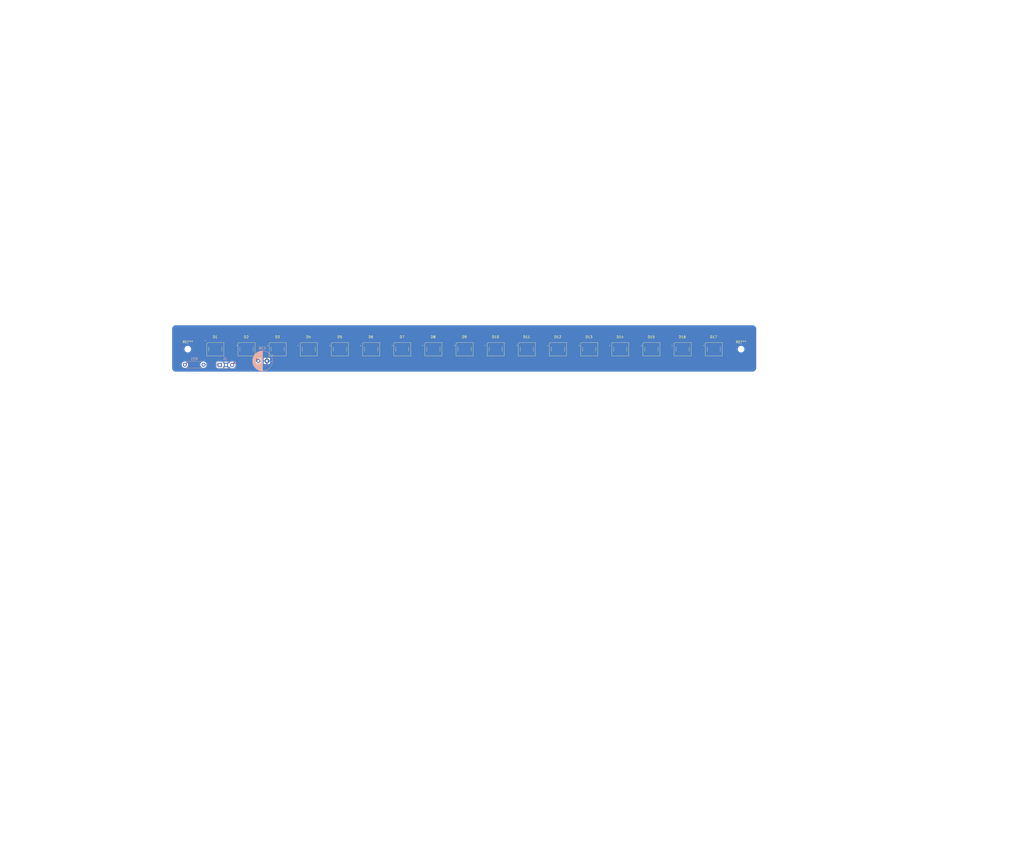
<source format=kicad_pcb>
(kicad_pcb (version 20241229) (generator "pcbnew") (generator_version "9.0")
  (layers (0 "F.Cu" signal) (2 "B.Cu" signal) (13 "F.Paste" user) (15 "B.Paste" user) (5 "F.SilkS" user "F.Silkscreen") (7 "B.SilkS" user "B.Silkscreen") (1 "F.Mask" user) (3 "B.Mask" user) (25 "Edge.Cuts" user))
  (net 0 "")
  (net 1 "GND")
  (net 2 "/LED_BLOCK1/DIN")
  (net 3 "/LED_BLOCK1/DOUT")
  (net 4 "VDD")
  (net 5 "/LED_BLOCK2/DOUT")
  (net 6 "/LED_BLOCK3/DOUT")
  (net 7 "/LED_BLOCK4/DOUT")
  (net 8 "/LED_BLOCK5/DOUT")
  (net 9 "/LED_BLOCK6/DOUT")
  (net 10 "/LED_BLOCK7/DOUT")
  (net 11 "/LED_BLOCK8/DOUT")
  (net 21 "Net-(J1-Pin_1)")
  (footprint "LED_SMD:LED_SK6812_PLCC4_5.0x5.0mm_P3.2mm" (layer "F.Cu") (at 142.081392 96.974491)
    (property "Reference" "D9" (at -0.090925 -4.974491 0) (layer "F.SilkS"))
    (property "Value" "SK6812")
    (pad "1" smd rect (at -2.45 -1.6 180) (size 1.5 1) (layers "F.Cu" "F.Mask" "F.Paste") (net 1 "GND"))
    (pad "2" smd rect (at -2.45 1.6 180) (size 1.5 1) (layers "F.Cu" "F.Mask" "F.Paste") (net 7 "/LED_BLOCK4/DOUT"))
    (pad "3" smd rect (at 2.45 1.6 180) (size 1.5 1) (layers "F.Cu" "F.Mask" "F.Paste") (net 4 "VDD"))
    (pad "4" smd rect (at 2.45 -1.6 180) (size 1.5 1) (layers "F.Cu" "F.Mask" "F.Paste"))
  )
  (footprint "LED_SMD:LED_SK6812_PLCC4_5.0x5.0mm_P3.2mm" (layer "F.Cu") (at 116.590925 96.974491)
    (property "Reference" "D7" (at -0.090925 -4.974491 0) (layer "F.SilkS"))
    (property "Value" "SK6812")
    (pad "1" smd rect (at -2.45 -1.6 180) (size 1.5 1) (layers "F.Cu" "F.Mask" "F.Paste") (net 1 "GND"))
    (pad "2" smd rect (at -2.45 1.6 180) (size 1.5 1) (layers "F.Cu" "F.Mask" "F.Paste") (net 6 "/LED_BLOCK3/DOUT"))
    (pad "3" smd rect (at 2.45 1.6 180) (size 1.5 1) (layers "F.Cu" "F.Mask" "F.Paste") (net 4 "VDD"))
    (pad "4" smd rect (at 2.45 -1.6 180) (size 1.5 1) (layers "F.Cu" "F.Mask" "F.Paste"))
  )
  (footprint "LED_SMD:LED_SK6812_PLCC4_5.0x5.0mm_P3.2mm" (layer "F.Cu") (at 218.552792 96.974491)
    (property "Reference" "D15" (at -0.090925 -4.974491 0) (layer "F.SilkS"))
    (property "Value" "SK6812")
    (pad "1" smd rect (at -2.45 -1.6 180) (size 1.5 1) (layers "F.Cu" "F.Mask" "F.Paste") (net 1 "GND"))
    (pad "2" smd rect (at -2.45 1.6 180) (size 1.5 1) (layers "F.Cu" "F.Mask" "F.Paste") (net 10 "/LED_BLOCK7/DOUT"))
    (pad "3" smd rect (at 2.45 1.6 180) (size 1.5 1) (layers "F.Cu" "F.Mask" "F.Paste") (net 4 "VDD"))
    (pad "4" smd rect (at 2.45 -1.6 180) (size 1.5 1) (layers "F.Cu" "F.Mask" "F.Paste"))
  )
  (footprint "LED_SMD:LED_SK6812_PLCC4_5.0x5.0mm_P3.2mm" (layer "F.Cu") (at 244.043259 96.974491)
    (property "Reference" "D17" (at -0.090925 -4.974491 0) (layer "F.SilkS"))
    (property "Value" "SK6812")
    (pad "1" smd rect (at -2.45 -1.6 180) (size 1.5 1) (layers "F.Cu" "F.Mask" "F.Paste") (net 1 "GND"))
    (pad "2" smd rect (at -2.45 1.6 180) (size 1.5 1) (layers "F.Cu" "F.Mask" "F.Paste") (net 11 "/LED_BLOCK8/DOUT"))
    (pad "3" smd rect (at 2.45 1.6 180) (size 1.5 1) (layers "F.Cu" "F.Mask" "F.Paste") (net 4 "VDD"))
    (pad "4" smd rect (at 2.45 -1.6 180) (size 1.5 1) (layers "F.Cu" "F.Mask" "F.Paste"))
  )
  (footprint "LED_SMD:LED_SK6812_PLCC4_5.0x5.0mm_P3.2mm" (layer "F.Cu") (at 52.864759 96.974491)
    (property "Reference" "D2" (at -0.090925 -4.974491 0) (layer "F.SilkS"))
    (property "Value" "SK6812")
    (pad "1" smd rect (at -2.45 -1.6 180) (size 1.5 1) (layers "F.Cu" "F.Mask" "F.Paste") (net 1 "GND"))
    (pad "2" smd rect (at -2.45 1.6 180) (size 1.5 1) (layers "F.Cu" "F.Mask" "F.Paste") (net 2 "/LED_BLOCK1/DIN"))
    (pad "3" smd rect (at 2.45 1.6 180) (size 1.5 1) (layers "F.Cu" "F.Mask" "F.Paste") (net 4 "VDD"))
    (pad "4" smd rect (at 2.45 -1.6 180) (size 1.5 1) (layers "F.Cu" "F.Mask" "F.Paste") (net 3 "/LED_BLOCK1/DOUT"))
  )
  (footprint "LED_SMD:LED_SK6812_PLCC4_5.0x5.0mm_P3.2mm" (layer "F.Cu") (at 129.336159 96.974491)
    (property "Reference" "D8" (at -0.090925 -4.974491 0) (layer "F.SilkS"))
    (property "Value" "SK6812")
    (pad "1" smd rect (at -2.45 -1.6 180) (size 1.5 1) (layers "F.Cu" "F.Mask" "F.Paste") (net 1 "GND"))
    (pad "2" smd rect (at -2.45 1.6 180) (size 1.5 1) (layers "F.Cu" "F.Mask" "F.Paste") (net 6 "/LED_BLOCK3/DOUT"))
    (pad "3" smd rect (at 2.45 1.6 180) (size 1.5 1) (layers "F.Cu" "F.Mask" "F.Paste") (net 4 "VDD"))
    (pad "4" smd rect (at 2.45 -1.6 180) (size 1.5 1) (layers "F.Cu" "F.Mask" "F.Paste") (net 7 "/LED_BLOCK4/DOUT"))
  )
  (footprint "LED_SMD:LED_SK6812_PLCC4_5.0x5.0mm_P3.2mm" (layer "F.Cu") (at 91.100459 96.974491)
    (property "Reference" "D5" (at -0.090925 -4.974491 0) (layer "F.SilkS"))
    (property "Value" "SK6812")
    (pad "1" smd rect (at -2.45 -1.6 180) (size 1.5 1) (layers "F.Cu" "F.Mask" "F.Paste") (net 1 "GND"))
    (pad "2" smd rect (at -2.45 1.6 180) (size 1.5 1) (layers "F.Cu" "F.Mask" "F.Paste") (net 5 "/LED_BLOCK2/DOUT"))
    (pad "3" smd rect (at 2.45 1.6 180) (size 1.5 1) (layers "F.Cu" "F.Mask" "F.Paste") (net 4 "VDD"))
    (pad "4" smd rect (at 2.45 -1.6 180) (size 1.5 1) (layers "F.Cu" "F.Mask" "F.Paste"))
  )
  (footprint "LED_SMD:LED_SK6812_PLCC4_5.0x5.0mm_P3.2mm" (layer "F.Cu") (at 205.807559 96.974491)
    (property "Reference" "D14" (at -0.090925 -4.974491 0) (layer "F.SilkS"))
    (property "Value" "SK6812")
    (pad "1" smd rect (at -2.45 -1.6 180) (size 1.5 1) (layers "F.Cu" "F.Mask" "F.Paste") (net 1 "GND"))
    (pad "2" smd rect (at -2.45 1.6 180) (size 1.5 1) (layers "F.Cu" "F.Mask" "F.Paste") (net 9 "/LED_BLOCK6/DOUT"))
    (pad "3" smd rect (at 2.45 1.6 180) (size 1.5 1) (layers "F.Cu" "F.Mask" "F.Paste") (net 4 "VDD"))
    (pad "4" smd rect (at 2.45 -1.6 180) (size 1.5 1) (layers "F.Cu" "F.Mask" "F.Paste") (net 10 "/LED_BLOCK7/DOUT"))
  )
  (footprint "LED_SMD:LED_SK6812_PLCC4_5.0x5.0mm_P3.2mm" (layer "F.Cu") (at 231.298025 96.974491)
    (property "Reference" "D16" (at -0.090925 -4.974491 0) (layer "F.SilkS"))
    (property "Value" "SK6812")
    (pad "1" smd rect (at -2.45 -1.6 180) (size 1.5 1) (layers "F.Cu" "F.Mask" "F.Paste") (net 1 "GND"))
    (pad "2" smd rect (at -2.45 1.6 180) (size 1.5 1) (layers "F.Cu" "F.Mask" "F.Paste") (net 10 "/LED_BLOCK7/DOUT"))
    (pad "3" smd rect (at 2.45 1.6 180) (size 1.5 1) (layers "F.Cu" "F.Mask" "F.Paste") (net 4 "VDD"))
    (pad "4" smd rect (at 2.45 -1.6 180) (size 1.5 1) (layers "F.Cu" "F.Mask" "F.Paste") (net 11 "/LED_BLOCK8/DOUT"))
  )
  (footprint "LED_SMD:LED_SK6812_PLCC4_5.0x5.0mm_P3.2mm" (layer "F.Cu") (at 154.826625 96.974491)
    (property "Reference" "D10" (at -0.090925 -4.974491 0) (layer "F.SilkS"))
    (property "Value" "SK6812")
    (pad "1" smd rect (at -2.45 -1.6 180) (size 1.5 1) (layers "F.Cu" "F.Mask" "F.Paste") (net 1 "GND"))
    (pad "2" smd rect (at -2.45 1.6 180) (size 1.5 1) (layers "F.Cu" "F.Mask" "F.Paste") (net 7 "/LED_BLOCK4/DOUT"))
    (pad "3" smd rect (at 2.45 1.6 180) (size 1.5 1) (layers "F.Cu" "F.Mask" "F.Paste") (net 4 "VDD"))
    (pad "4" smd rect (at 2.45 -1.6 180) (size 1.5 1) (layers "F.Cu" "F.Mask" "F.Paste") (net 8 "/LED_BLOCK5/DOUT"))
  )
  (footprint "LED_SMD:LED_SK6812_PLCC4_5.0x5.0mm_P3.2mm" (layer "F.Cu") (at 65.609992 96.974491)
    (property "Reference" "D3" (at -0.090925 -4.974491 0) (layer "F.SilkS"))
    (property "Value" "SK6812")
    (pad "1" smd rect (at -2.45 -1.6 180) (size 1.5 1) (layers "F.Cu" "F.Mask" "F.Paste") (net 1 "GND"))
    (pad "2" smd rect (at -2.45 1.6 180) (size 1.5 1) (layers "F.Cu" "F.Mask" "F.Paste") (net 3 "/LED_BLOCK1/DOUT"))
    (pad "3" smd rect (at 2.45 1.6 180) (size 1.5 1) (layers "F.Cu" "F.Mask" "F.Paste") (net 4 "VDD"))
    (pad "4" smd rect (at 2.45 -1.6 180) (size 1.5 1) (layers "F.Cu" "F.Mask" "F.Paste"))
  )
  (footprint "LED_SMD:LED_SK6812_PLCC4_5.0x5.0mm_P3.2mm" (layer "F.Cu") (at 193.062325 96.974491)
    (property "Reference" "D13" (at -0.090925 -4.974491 0) (layer "F.SilkS"))
    (property "Value" "SK6812")
    (pad "1" smd rect (at -2.45 -1.6 180) (size 1.5 1) (layers "F.Cu" "F.Mask" "F.Paste") (net 1 "GND"))
    (pad "2" smd rect (at -2.45 1.6 180) (size 1.5 1) (layers "F.Cu" "F.Mask" "F.Paste") (net 9 "/LED_BLOCK6/DOUT"))
    (pad "3" smd rect (at 2.45 1.6 180) (size 1.5 1) (layers "F.Cu" "F.Mask" "F.Paste") (net 4 "VDD"))
    (pad "4" smd rect (at 2.45 -1.6 180) (size 1.5 1) (layers "F.Cu" "F.Mask" "F.Paste"))
  )
  (footprint "MountingHole:MountingHole_2.2mm_M2_DIN965" (layer "F.Cu") (at 255.231692 96.974491)
    (property "Reference" "REF**" (at 0 -2.9 0) (layer "F.SilkS"))
    (property "Value" "MountingHole_2.2mm_M2_DIN965" (hide yes))
    (pad "" np_thru_hole circle (at 0 0) (size 2.2 2.2) (drill 2.2) (layers "*.Cu" "*.Mask"))
  )
  (footprint "MountingHole:MountingHole_2.2mm_M2_DIN965" (layer "F.Cu") (at 28.831692 96.974491)
    (property "Reference" "REF**" (at 0 -2.9 0) (layer "F.SilkS"))
    (property "Value" "MountingHole_2.2mm_M2_DIN965" (hide yes))
    (pad "" np_thru_hole circle (at 0 0) (size 2.2 2.2) (drill 2.2) (layers "*.Cu" "*.Mask"))
  )
  (footprint "LED_SMD:LED_SK6812_PLCC4_5.0x5.0mm_P3.2mm" (layer "F.Cu") (at 40.119525 96.974491)
    (property "Reference" "D1" (at -0.090925 -4.974491 0) (layer "F.SilkS"))
    (property "Value" "SK6812")
    (pad "1" smd rect (at -2.45 -1.6 180) (size 1.5 1) (layers "F.Cu" "F.Mask" "F.Paste") (net 1 "GND"))
    (pad "2" smd rect (at -2.45 1.6 180) (size 1.5 1) (layers "F.Cu" "F.Mask" "F.Paste") (net 2 "/LED_BLOCK1/DIN"))
    (pad "3" smd rect (at 2.45 1.6 180) (size 1.5 1) (layers "F.Cu" "F.Mask" "F.Paste") (net 4 "VDD"))
    (pad "4" smd rect (at 2.45 -1.6 180) (size 1.5 1) (layers "F.Cu" "F.Mask" "F.Paste"))
  )
  (footprint "LED_SMD:LED_SK6812_PLCC4_5.0x5.0mm_P3.2mm" (layer "F.Cu") (at 103.845692 96.974491)
    (property "Reference" "D6" (at -0.090925 -4.974491 0) (layer "F.SilkS"))
    (property "Value" "SK6812")
    (pad "1" smd rect (at -2.45 -1.6 180) (size 1.5 1) (layers "F.Cu" "F.Mask" "F.Paste") (net 1 "GND"))
    (pad "2" smd rect (at -2.45 1.6 180) (size 1.5 1) (layers "F.Cu" "F.Mask" "F.Paste") (net 5 "/LED_BLOCK2/DOUT"))
    (pad "3" smd rect (at 2.45 1.6 180) (size 1.5 1) (layers "F.Cu" "F.Mask" "F.Paste") (net 4 "VDD"))
    (pad "4" smd rect (at 2.45 -1.6 180) (size 1.5 1) (layers "F.Cu" "F.Mask" "F.Paste") (net 6 "/LED_BLOCK3/DOUT"))
  )
  (footprint "LED_SMD:LED_SK6812_PLCC4_5.0x5.0mm_P3.2mm" (layer "F.Cu") (at 167.571859 96.974491)
    (property "Reference" "D11" (at -0.090925 -4.974491 0) (layer "F.SilkS"))
    (property "Value" "SK6812")
    (pad "1" smd rect (at -2.45 -1.6 180) (size 1.5 1) (layers "F.Cu" "F.Mask" "F.Paste") (net 1 "GND"))
    (pad "2" smd rect (at -2.45 1.6 180) (size 1.5 1) (layers "F.Cu" "F.Mask" "F.Paste") (net 8 "/LED_BLOCK5/DOUT"))
    (pad "3" smd rect (at 2.45 1.6 180) (size 1.5 1) (layers "F.Cu" "F.Mask" "F.Paste") (net 4 "VDD"))
    (pad "4" smd rect (at 2.45 -1.6 180) (size 1.5 1) (layers "F.Cu" "F.Mask" "F.Paste"))
  )
  (footprint "LED_SMD:LED_SK6812_PLCC4_5.0x5.0mm_P3.2mm" (layer "F.Cu") (at 78.355225 96.974491)
    (property "Reference" "D4" (at -0.090925 -4.974491 0) (layer "F.SilkS"))
    (property "Value" "SK6812")
    (pad "1" smd rect (at -2.45 -1.6 180) (size 1.5 1) (layers "F.Cu" "F.Mask" "F.Paste") (net 1 "GND"))
    (pad "2" smd rect (at -2.45 1.6 180) (size 1.5 1) (layers "F.Cu" "F.Mask" "F.Paste") (net 3 "/LED_BLOCK1/DOUT"))
    (pad "3" smd rect (at 2.45 1.6 180) (size 1.5 1) (layers "F.Cu" "F.Mask" "F.Paste") (net 4 "VDD"))
    (pad "4" smd rect (at 2.45 -1.6 180) (size 1.5 1) (layers "F.Cu" "F.Mask" "F.Paste") (net 5 "/LED_BLOCK2/DOUT"))
  )
  (footprint "LED_SMD:LED_SK6812_PLCC4_5.0x5.0mm_P3.2mm" (layer "F.Cu") (at 180.317092 96.974491)
    (property "Reference" "D12" (at -0.090925 -4.974491 0) (layer "F.SilkS"))
    (property "Value" "SK6812")
    (pad "1" smd rect (at -2.45 -1.6 180) (size 1.5 1) (layers "F.Cu" "F.Mask" "F.Paste") (net 1 "GND"))
    (pad "2" smd rect (at -2.45 1.6 180) (size 1.5 1) (layers "F.Cu" "F.Mask" "F.Paste") (net 8 "/LED_BLOCK5/DOUT"))
    (pad "3" smd rect (at 2.45 1.6 180) (size 1.5 1) (layers "F.Cu" "F.Mask" "F.Paste") (net 4 "VDD"))
    (pad "4" smd rect (at 2.45 -1.6 180) (size 1.5 1) (layers "F.Cu" "F.Mask" "F.Paste") (net 9 "/LED_BLOCK6/DOUT"))
  )
  (footprint "Connector_PinHeader_2.54mm:PinHeader_1x03_P2.54mm_Vertical" (layer "B.Cu") (at 41.92 103.45 -90)
    (property "Reference" "J1" (at -2.65 -2.15 0) (layer "B.SilkS") (effects (justify mirror)))
    (property "Value" "Conn_01x03")
    (pad "1" thru_hole rect (at 0 0 270) (size 1.7 1.7) (drill 1) (layers "*.Cu" "*.Mask") (net 21 "Net-(J1-Pin_1)"))
    (pad "2" thru_hole circle (at 0 -2.54 270) (size 1.7 1.7) (drill 1) (layers "*.Cu" "*.Mask") (net 1 "GND"))
    (pad "3" thru_hole circle (at 0 -5.08 270) (size 1.7 1.7) (drill 1) (layers "*.Cu" "*.Mask") (net 4 "VDD"))
  )
  (footprint "Capacitor_THT:CP_Radial_D8.0mm_P3.50mm" (layer "B.Cu") (at 61.2 101.8 180)
    (property "Reference" "C20" (at 1.9 5.2 0) (layer "B.SilkS") (effects (justify mirror)))
    (property "Value" "100uF")
    (pad "1" thru_hole rect (at 0 0 180) (size 1.6 1.6) (drill 0.8) (layers "*.Cu" "*.Mask") (net 1 "GND"))
    (pad "2" thru_hole circle (at 3.5 0 180) (size 1.6 1.6) (drill 0.8) (layers "*.Cu" "*.Mask") (net 4 "VDD"))
  )
  (footprint "Resistor_THT:R_Axial_DIN0207_L6.3mm_D2.5mm_P7.62mm_Horizontal" (layer "B.Cu") (at 35.26 103.35 180)
    (property "Reference" "R21" (at 3.81 2.37 0) (layer "B.SilkS") (effects (justify mirror)))
    (property "Value" "330R")
    (pad "1" thru_hole circle (at 0 0 180) (size 1.6 1.6) (drill 0.8) (layers "*.Cu" "*.Mask") (net 21 "Net-(J1-Pin_1)"))
    (pad "2" thru_hole oval (at 7.62 0 180) (size 1.6 1.6) (drill 0.8) (layers "*.Cu" "*.Mask") (net 2 "/LED_BLOCK1/DIN"))
  )
  (gr_arc (start 21.931692 88.685691) (mid 22.517478 87.271477) (end 23.931692 86.685691) (stroke (width 0.05)) (layer "Edge.Cuts"))
  (gr_line (start 259.931292 106.685691) (end 23.931692 106.685691) (stroke (width 0.05)) (layer "Edge.Cuts"))
  (gr_arc (start 261.931292 104.685691) (mid 261.345506 106.099905) (end 259.931292 106.685691) (stroke (width 0.05)) (layer "Edge.Cuts"))
  (gr_line (start 261.931292 88.685691) (end 261.931292 104.685691) (stroke (width 0.05)) (layer "Edge.Cuts"))
  (gr_arc (start 259.931292 86.685691) (mid 261.345506 87.271477) (end 261.931292 88.685691) (stroke (width 0.05)) (layer "Edge.Cuts"))
  (gr_line (start 23.931692 86.685691) (end 259.931292 86.685691) (stroke (width 0.05)) (layer "Edge.Cuts"))
  (gr_line (start 21.931692 104.685691) (end 21.931692 88.685691) (stroke (width 0.05)) (layer "Edge.Cuts"))
  (gr_arc (start 23.931692 106.685691) (mid 22.517478 106.099905) (end 21.931692 104.685691) (stroke (width 0.05)) (layer "Edge.Cuts"))
  (segment (start 88.650459 95.374491) (end 87.125509 95.374491) (width 0.5) (layer "F.Cu") (net 1))
  (segment (start 114.140925 95.374491) (end 112.625509 95.374491) (width 0.5) (layer "F.Cu") (net 1))
  (segment (start 216.102792 95.374491) (end 214.625509 95.374491) (width 0.5) (layer "F.Cu") (net 1))
  (segment (start 176.125509 95.374491) (end 176 95.5) (width 0.5) (layer "F.Cu") (net 1))
  (segment (start 152.376625 95.374491) (end 150.625509 95.374491) (width 0.5) (layer "F.Cu") (net 1))
  (segment (start 63.159992 95.374491) (end 61.625509 95.374491) (width 0.5) (layer "F.Cu") (net 1))
  (segment (start 75.905225 95.374491) (end 74.125509 95.374491) (width 0.5) (layer "F.Cu") (net 1))
  (segment (start 61.2 101.8) (end 62.8 101.8) (width 0.5) (layer "F.Cu") (net 1))
  (segment (start 37.669525 95.374491) (end 37.669525 95.169525) (width 0.5) (layer "F.Cu") (net 1))
  (segment (start 189.125509 95.374491) (end 189 95.5) (width 0.5) (layer "F.Cu") (net 1))
  (segment (start 62.8 101.8) (end 63 102) (width 0.5) (layer "F.Cu") (net 1))
  (segment (start 163.625509 95.374491) (end 163.5 95.5) (width 0.5) (layer "F.Cu") (net 1))
  (segment (start 125.125509 95.374491) (end 125 95.5) (width 0.5) (layer "F.Cu") (net 1))
  (segment (start 165.121859 95.374491) (end 163.625509 95.374491) (width 0.5) (layer "F.Cu") (net 1))
  (segment (start 138.125509 95.374491) (end 138 95.5) (width 0.5) (layer "F.Cu") (net 1))
  (segment (start 227.125509 95.374491) (end 227 95.5) (width 0.5) (layer "F.Cu") (net 1))
  (segment (start 112.625509 95.374491) (end 112.5 95.5) (width 0.5) (layer "F.Cu") (net 1))
  (segment (start 177.867092 95.374491) (end 176.125509 95.374491) (width 0.5) (layer "F.Cu") (net 1))
  (segment (start 214.625509 95.374491) (end 214.5 95.5) (width 0.5) (layer "F.Cu") (net 1))
  (segment (start 240.125509 95.374491) (end 240 95.5) (width 0.5) (layer "F.Cu") (net 1))
  (segment (start 241.593259 95.374491) (end 240.125509 95.374491) (width 0.5) (layer "F.Cu") (net 1))
  (segment (start 99.625509 95.374491) (end 99.5 95.5) (width 0.5) (layer "F.Cu") (net 1))
  (segment (start 61.625509 95.374491) (end 61.5 95.5) (width 0.5) (layer "F.Cu") (net 1))
  (segment (start 49.125509 95.374491) (end 49 95.5) (width 0.5) (layer "F.Cu") (net 1))
  (segment (start 50.414759 95.374491) (end 49.125509 95.374491) (width 0.5) (layer "F.Cu") (net 1))
  (segment (start 201.625509 95.374491) (end 201.5 95.5) (width 0.5) (layer "F.Cu") (net 1))
  (segment (start 139.631392 95.374491) (end 138.125509 95.374491) (width 0.5) (layer "F.Cu") (net 1))
  (segment (start 150.625509 95.374491) (end 150.5 95.5) (width 0.5) (layer "F.Cu") (net 1))
  (segment (start 126.886159 95.374491) (end 125.125509 95.374491) (width 0.5) (layer "F.Cu") (net 1))
  (segment (start 87.125509 95.374491) (end 87 95.5) (width 0.5) (layer "F.Cu") (net 1))
  (segment (start 203.357559 95.374491) (end 201.625509 95.374491) (width 0.5) (layer "F.Cu") (net 1))
  (segment (start 37.669525 95.169525) (end 36 93.5) (width 0.5) (layer "F.Cu") (net 1))
  (segment (start 74.125509 95.374491) (end 74 95.5) (width 0.5) (layer "F.Cu") (net 1))
  (segment (start 101.395692 95.374491) (end 99.625509 95.374491) (width 0.5) (layer "F.Cu") (net 1))
  (segment (start 190.612325 95.374491) (end 189.125509 95.374491) (width 0.5) (layer "F.Cu") (net 1))
  (segment (start 228.848025 95.374491) (end 227.125509 95.374491) (width 0.5) (layer "F.Cu") (net 1))
  (via (at 227 95.5) (size 0.7) (drill 0.3) (layers "F.Cu" "B.Cu") (net 1))
  (via (at 99.5 95.5) (size 0.7) (drill 0.3) (layers "F.Cu" "B.Cu") (net 1))
  (via (at 150.5 95.5) (size 0.7) (drill 0.3) (layers "F.Cu" "B.Cu") (net 1))
  (via (at 61.5 95.5) (size 0.7) (drill 0.3) (layers "F.Cu" "B.Cu") (net 1))
  (via (at 74 95.5) (size 0.7) (drill 0.3) (layers "F.Cu" "B.Cu") (net 1))
  (via (at 163.5 95.5) (size 0.7) (drill 0.3) (layers "F.Cu" "B.Cu") (net 1))
  (via (at 87 95.5) (size 0.7) (drill 0.3) (layers "F.Cu" "B.Cu") (net 1))
  (via (at 176 95.5) (size 0.7) (drill 0.3) (layers "F.Cu" "B.Cu") (net 1))
  (via (at 112.5 95.5) (size 0.7) (drill 0.3) (layers "F.Cu" "B.Cu") (net 1))
  (via (at 138 95.5) (size 0.7) (drill 0.3) (layers "F.Cu" "B.Cu") (net 1))
  (via (at 125 95.5) (size 0.7) (drill 0.3) (layers "F.Cu" "B.Cu") (net 1))
  (via (at 63 102) (size 0.7) (drill 0.3) (layers "F.Cu" "B.Cu") (net 1))
  (via (at 36 93.5) (size 0.6) (drill 0.3) (layers "F.Cu" "B.Cu") (net 1))
  (via (at 189 95.5) (size 0.7) (drill 0.3) (layers "F.Cu" "B.Cu") (net 1))
  (via (at 214.5 95.5) (size 0.7) (drill 0.3) (layers "F.Cu" "B.Cu") (net 1))
  (via (at 49 95.5) (size 0.7) (drill 0.3) (layers "F.Cu" "B.Cu") (net 1))
  (via (at 240 95.5) (size 0.7) (drill 0.3) (layers "F.Cu" "B.Cu") (net 1))
  (via (at 201.5 95.5) (size 0.7) (drill 0.3) (layers "F.Cu" "B.Cu") (net 1))
  (segment (start 41.274109 93.875891) (end 37.669525 97.480475) (width 0.3) (layer "F.Cu") (net 2))
  (segment (start 52 94.45) (end 51.425891 93.875891) (width 0.3) (layer "F.Cu") (net 2))
  (segment (start 36.244016 100) (end 37.669525 98.574491) (width 0.3) (layer "F.Cu") (net 2))
  (segment (start 50.414759 98.574491) (end 52 96.98925) (width 0.3) (layer "F.Cu") (net 2))
  (segment (start 27.64 103.35) (end 30.99 100) (width 0.3) (layer "F.Cu") (net 2))
  (segment (start 52 96.98925) (end 52 94.45) (width 0.3) (layer "F.Cu") (net 2))
  (segment (start 51.425891 93.875891) (end 41.274109 93.875891) (width 0.3) (layer "F.Cu") (net 2))
  (segment (start 37.669525 97.480475) (end 37.669525 98.574491) (width 0.3) (layer "F.Cu") (net 2))
  (segment (start 30.99 100) (end 36.244016 100) (width 0.3) (layer "F.Cu") (net 2))
  (segment (start 63.159992 98.574491) (end 64.734483 97) (width 0.3) (layer "F.Cu") (net 3))
  (segment (start 74.330734 97) (end 75.905225 98.574491) (width 0.3) (layer "F.Cu") (net 3))
  (segment (start 57.574491 98.574491) (end 63.159992 98.574491) (width 0.3) (layer "F.Cu") (net 3))
  (segment (start 55.314759 96.314759) (end 57.574491 98.574491) (width 0.3) (layer "F.Cu") (net 3))
  (segment (start 64.734483 97) (end 74.330734 97) (width 0.3) (layer "F.Cu") (net 3))
  (segment (start 55.314759 95.374491) (end 55.314759 96.314759) (width 0.3) (layer "F.Cu") (net 3))
  (segment (start 68.059992 98.574491) (end 69.485501 100) (width 0.5) (layer "F.Cu") (net 4))
  (segment (start 145.956901 100) (end 155.851116 100) (width 0.5) (layer "F.Cu") (net 4))
  (segment (start 133.211668 100) (end 131.786159 98.574491) (width 0.5) (layer "F.Cu") (net 4))
  (segment (start 82.230734 100) (end 92.12495 100) (width 0.5) (layer "F.Cu") (net 4))
  (segment (start 42.569525 98.574491) (end 43.995034 100) (width 0.5) (layer "F.Cu") (net 4))
  (segment (start 233.748025 98.574491) (end 234.673534 99.5) (width 0.5) (layer "F.Cu") (net 4))
  (segment (start 170.021859 98.574491) (end 171.447368 100) (width 0.5) (layer "F.Cu") (net 4))
  (segment (start 184.192601 100) (end 194.086816 100) (width 0.5) (layer "F.Cu") (net 4))
  (segment (start 53.88925 100) (end 55.314759 98.574491) (width 0.5) (layer "F.Cu") (net 4))
  (segment (start 234.673534 99.5) (end 235.173534 100) (width 0.5) (layer "F.Cu") (net 4))
  (segment (start 182.767092 98.574491) (end 184.192601 100) (width 0.5) (layer "F.Cu") (net 4))
  (segment (start 144.531392 98.574491) (end 143.105883 100) (width 0.5) (layer "F.Cu") (net 4))
  (segment (start 168.59635 100) (end 158.702134 100) (width 0.5) (layer "F.Cu") (net 4))
  (segment (start 158.702134 100) (end 157.276625 98.574491) (width 0.5) (layer "F.Cu") (net 4))
  (segment (start 120.466434 100) (end 130.36065 100) (width 0.5) (layer "F.Cu") (net 4))
  (segment (start 222.428301 100) (end 232.322516 100) (width 0.5) (layer "F.Cu") (net 4))
  (segment (start 219.577283 100) (end 220.077283 99.5) (width 0.5) (layer "F.Cu") (net 4))
  (segment (start 48.65 101.8) (end 57.7 101.8) (width 0.5) (layer "F.Cu") (net 4))
  (segment (start 47 103.45) (end 48.65 101.8) (width 0.5) (layer "F.Cu") (net 4))
  (segment (start 196.937834 100) (end 206.83205 100) (width 0.5) (layer "F.Cu") (net 4))
  (segment (start 206.83205 100) (end 208.257559 98.574491) (width 0.5) (layer "F.Cu") (net 4))
  (segment (start 208.257559 98.574491) (end 209.683068 100) (width 0.5) (layer "F.Cu") (net 4))
  (segment (start 144.531392 98.574491) (end 145.956901 100) (width 0.5) (layer "F.Cu") (net 4))
  (segment (start 57.7 101.8) (end 56.740268 100.840268) (width 0.5) (layer "F.Cu") (net 4))
  (segment (start 93.550459 98.574491) (end 94.975968 100) (width 0.5) (layer "F.Cu") (net 4))
  (segment (start 232.322516 100) (end 232.822516 99.5) (width 0.5) (layer "F.Cu") (net 4))
  (segment (start 235.173534 100) (end 245.06775 100) (width 0.5) (layer "F.Cu") (net 4))
  (segment (start 56.740268 100) (end 66.634483 100) (width 0.5) (layer "F.Cu") (net 4))
  (segment (start 55.314759 98.574491) (end 56.740268 100) (width 0.5) (layer "F.Cu") (net 4))
  (segment (start 43.995034 100) (end 53.88925 100) (width 0.5) (layer "F.Cu") (net 4))
  (segment (start 130.36065 100) (end 131.786159 98.574491) (width 0.5) (layer "F.Cu") (net 4))
  (segment (start 171.447368 100) (end 181.341583 100) (width 0.5) (layer "F.Cu") (net 4))
  (segment (start 66.634483 100) (end 68.059992 98.574491) (width 0.5) (layer "F.Cu") (net 4))
  (segment (start 119.040925 98.574491) (end 120.466434 100) (width 0.5) (layer "F.Cu") (net 4))
  (segment (start 117.615416 100) (end 119.040925 98.574491) (width 0.5) (layer "F.Cu") (net 4))
  (segment (start 221.002792 98.574491) (end 222.428301 100) (width 0.5) (layer "F.Cu") (net 4))
  (segment (start 143.105883 100) (end 133.211668 100) (width 0.5) (layer "F.Cu") (net 4))
  (segment (start 56.740268 100.840268) (end 56.740268 100) (width 0.5) (layer "F.Cu") (net 4))
  (segment (start 92.12495 100) (end 93.550459 98.574491) (width 0.5) (layer "F.Cu") (net 4))
  (segment (start 69.485501 100) (end 79.379716 100) (width 0.5) (layer "F.Cu") (net 4))
  (segment (start 94.975968 100) (end 104.870183 100) (width 0.5) (layer "F.Cu") (net 4))
  (segment (start 80.805225 98.574491) (end 82.230734 100) (width 0.5) (layer "F.Cu") (net 4))
  (segment (start 104.870183 100) (end 106.295692 98.574491) (width 0.5) (layer "F.Cu") (net 4))
  (segment (start 170.021859 98.574491) (end 168.59635 100) (width 0.5) (layer "F.Cu") (net 4))
  (segment (start 195.512325 98.574491) (end 196.937834 100) (width 0.5) (layer "F.Cu") (net 4))
  (segment (start 232.822516 99.5) (end 233.748025 98.574491) (width 0.5) (layer "F.Cu") (net 4))
  (segment (start 107.721201 100) (end 117.615416 100) (width 0.5) (layer "F.Cu") (net 4))
  (segment (start 209.683068 100) (end 219.577283 100) (width 0.5) (layer "F.Cu") (net 4))
  (segment (start 79.379716 100) (end 80.805225 98.574491) (width 0.5) (layer "F.Cu") (net 4))
  (segment (start 155.851116 100) (end 157.276625 98.574491) (width 0.5) (layer "F.Cu") (net 4))
  (segment (start 245.06775 100) (end 246.493259 98.574491) (width 0.5) (layer "F.Cu") (net 4))
  (segment (start 220.077283 99.5) (end 221.002792 98.574491) (width 0.5) (layer "F.Cu") (net 4))
  (segment (start 194.086816 100) (end 195.512325 98.574491) (width 0.5) (layer "F.Cu") (net 4))
  (segment (start 106.295692 98.574491) (end 107.721201 100) (width 0.5) (layer "F.Cu") (net 4))
  (segment (start 181.341583 100) (end 182.767092 98.574491) (width 0.5) (layer "F.Cu") (net 4))
  (segment (start 99.821201 97) (end 101.395692 98.574491) (width 0.3) (layer "F.Cu") (net 5))
  (segment (start 90.22495 97) (end 99.821201 97) (width 0.3) (layer "F.Cu") (net 5))
  (segment (start 88.650459 98.574491) (end 90.22495 97) (width 0.3) (layer "F.Cu") (net 5))
  (segment (start 80.805225 95.374491) (end 80.805225 96.569624) (width 0.3) (layer "F.Cu") (net 5))
  (segment (start 82.810092 98.574491) (end 88.650459 98.574491) (width 0.3) (layer "F.Cu") (net 5))
  (segment (start 80.805225 96.569624) (end 82.810092 98.574491) (width 0.3) (layer "F.Cu") (net 5))
  (segment (start 108.160092 98.574491) (end 114.140925 98.574491) (width 0.3) (layer "F.Cu") (net 6))
  (segment (start 106.295692 95.374491) (end 106.295692 96.761691) (width 0.3) (layer "F.Cu") (net 6))
  (segment (start 108.134292 98.600291) (end 108.160092 98.574491) (width 0.3) (layer "F.Cu") (net 6))
  (segment (start 115.715416 97) (end 125.311668 97) (width 0.3) (layer "F.Cu") (net 6))
  (segment (start 125.311668 97) (end 126.886159 98.574491) (width 0.3) (layer "F.Cu") (net 6))
  (segment (start 106.295692 96.761691) (end 108.134292 98.600291) (width 0.3) (layer "F.Cu") (net 6))
  (segment (start 114.140925 98.574491) (end 115.715416 97) (width 0.3) (layer "F.Cu") (net 6))
  (segment (start 150.802134 97) (end 141.205883 97) (width 0.3) (layer "F.Cu") (net 7))
  (segment (start 133.584692 98.574491) (end 139.631392 98.574491) (width 0.3) (layer "F.Cu") (net 7))
  (segment (start 152.376625 98.574491) (end 150.802134 97) (width 0.3) (layer "F.Cu") (net 7))
  (segment (start 131.786159 96.775958) (end 133.584692 98.574491) (width 0.3) (layer "F.Cu") (net 7))
  (segment (start 131.786159 95.374491) (end 131.786159 96.775958) (width 0.3) (layer "F.Cu") (net 7))
  (segment (start 141.205883 97) (end 139.631392 98.574491) (width 0.3) (layer "F.Cu") (net 7))
  (segment (start 165.121859 98.574491) (end 166.69635 97) (width 0.3) (layer "F.Cu") (net 8))
  (segment (start 157.276625 96.510824) (end 159.340292 98.574491) (width 0.3) (layer "F.Cu") (net 8))
  (segment (start 166.69635 97) (end 176.292601 97) (width 0.3) (layer "F.Cu") (net 8))
  (segment (start 159.340292 98.574491) (end 165.121859 98.574491) (width 0.3) (layer "F.Cu") (net 8))
  (segment (start 176.292601 97) (end 177.867092 98.574491) (width 0.3) (layer "F.Cu") (net 8))
  (segment (start 157.276625 95.374491) (end 157.276625 96.510824) (width 0.3) (layer "F.Cu") (net 8))
  (segment (start 182.767092 95.374491) (end 182.767092 96.702891) (width 0.3) (layer "F.Cu") (net 9))
  (segment (start 190.612325 98.574491) (end 192.186816 97) (width 0.3) (layer "F.Cu") (net 9))
  (segment (start 182.767092 96.702891) (end 184.638692 98.574491) (width 0.3) (layer "F.Cu") (net 9))
  (segment (start 201.783068 97) (end 203.357559 98.574491) (width 0.3) (layer "F.Cu") (net 9))
  (segment (start 184.638692 98.574491) (end 190.612325 98.574491) (width 0.3) (layer "F.Cu") (net 9))
  (segment (start 192.186816 97) (end 201.783068 97) (width 0.3) (layer "F.Cu") (net 9))
  (segment (start 210.343492 98.574491) (end 216.102792 98.574491) (width 0.3) (layer "F.Cu") (net 10))
  (segment (start 216.102792 98.574491) (end 217.677283 97) (width 0.3) (layer "F.Cu") (net 10))
  (segment (start 227.273534 97) (end 228.848025 98.574491) (width 0.3) (layer "F.Cu") (net 10))
  (segment (start 208.257559 95.374491) (end 208.257559 96.488558) (width 0.3) (layer "F.Cu") (net 10))
  (segment (start 208.257559 96.488558) (end 210.343492 98.574491) (width 0.3) (layer "F.Cu") (net 10))
  (segment (start 217.677283 97) (end 227.273534 97) (width 0.3) (layer "F.Cu") (net 10))
  (segment (start 235.845492 98.574891) (end 235.845892 98.574491) (width 0.3) (layer "F.Cu") (net 11))
  (segment (start 233.748025 96.477424) (end 235.845492 98.574891) (width 0.3) (layer "F.Cu") (net 11))
  (segment (start 233.748025 95.374491) (end 233.748025 96.477424) (width 0.3) (layer "F.Cu") (net 11))
  (segment (start 235.845892 98.574491) (end 241.593259 98.574491) (width 0.3) (layer "F.Cu") (net 11))
  (segment (start 35.26 103.35) (end 41.82 103.35) (width 0.2) (layer "F.Cu") (net 21))
  (segment (start 41.82 103.35) (end 41.92 103.45) (width 0.2) (layer "F.Cu") (net 21))
  (segment (start 35.61 103) (end 35.26 103.35) (width 0.3) (layer "F.Cu") (net 21))
  (segment (start 35.36 103.45) (end 35.26 103.35) (width 0.2) (layer "F.Cu") (net 21))
  (zone (net 1) (net_name "GND") (layer "B.Cu") (connect_pads (clearance 0.5)) (min_thickness 0.25) (fill yes (thermal_gap 0.5) (thermal_bridge_width 0.5) (island_removal_mode 1) (island_area_min 10))
    (polygon (pts (xy 18.20339 -45.974148) (xy 271.329663 -30.621273) (xy 371 136) (xy 287.643783 256.403956) (xy 123.625268 300.405696) (xy -48 181) (xy -4.273931 30.353285)))
  )
)
</source>
